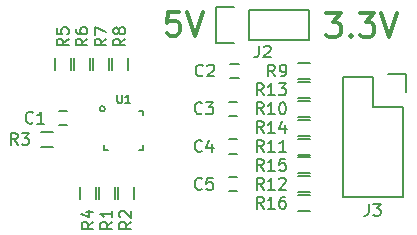
<source format=gbr>
G04 #@! TF.FileFunction,Legend,Top*
%FSLAX46Y46*%
G04 Gerber Fmt 4.6, Leading zero omitted, Abs format (unit mm)*
G04 Created by KiCad (PCBNEW 4.0.2+e4-6225~38~ubuntu14.04.1-stable) date Fri 29 Jul 2016 09:52:58 PM PDT*
%MOMM*%
G01*
G04 APERTURE LIST*
%ADD10C,0.100000*%
%ADD11C,0.300000*%
%ADD12C,0.150000*%
%ADD13C,0.152400*%
G04 APERTURE END LIST*
D10*
D11*
X147619047Y-71404762D02*
X146666666Y-71404762D01*
X146571428Y-72357143D01*
X146666666Y-72261905D01*
X146857143Y-72166667D01*
X147333333Y-72166667D01*
X147523809Y-72261905D01*
X147619047Y-72357143D01*
X147714286Y-72547619D01*
X147714286Y-73023810D01*
X147619047Y-73214286D01*
X147523809Y-73309524D01*
X147333333Y-73404762D01*
X146857143Y-73404762D01*
X146666666Y-73309524D01*
X146571428Y-73214286D01*
X148285714Y-71404762D02*
X148952381Y-73404762D01*
X149619048Y-71404762D01*
X160047619Y-71504762D02*
X161285715Y-71504762D01*
X160619048Y-72266667D01*
X160904762Y-72266667D01*
X161095238Y-72361905D01*
X161190476Y-72457143D01*
X161285715Y-72647619D01*
X161285715Y-73123810D01*
X161190476Y-73314286D01*
X161095238Y-73409524D01*
X160904762Y-73504762D01*
X160333334Y-73504762D01*
X160142857Y-73409524D01*
X160047619Y-73314286D01*
X162142857Y-73314286D02*
X162238096Y-73409524D01*
X162142857Y-73504762D01*
X162047619Y-73409524D01*
X162142857Y-73314286D01*
X162142857Y-73504762D01*
X162904762Y-71504762D02*
X164142858Y-71504762D01*
X163476191Y-72266667D01*
X163761905Y-72266667D01*
X163952381Y-72361905D01*
X164047619Y-72457143D01*
X164142858Y-72647619D01*
X164142858Y-73123810D01*
X164047619Y-73314286D01*
X163952381Y-73409524D01*
X163761905Y-73504762D01*
X163190477Y-73504762D01*
X163000000Y-73409524D01*
X162904762Y-73314286D01*
X164714286Y-71504762D02*
X165380953Y-73504762D01*
X166047620Y-71504762D01*
D12*
X138150000Y-81000000D02*
X137450000Y-81000000D01*
X137450000Y-79800000D02*
X138150000Y-79800000D01*
X152650000Y-77000000D02*
X151950000Y-77000000D01*
X151950000Y-75800000D02*
X152650000Y-75800000D01*
X152550000Y-80200000D02*
X151850000Y-80200000D01*
X151850000Y-79000000D02*
X152550000Y-79000000D01*
X152550000Y-83400000D02*
X151850000Y-83400000D01*
X151850000Y-82200000D02*
X152550000Y-82200000D01*
X152550000Y-86600000D02*
X151850000Y-86600000D01*
X151850000Y-85400000D02*
X152550000Y-85400000D01*
X153530000Y-71230000D02*
X158610000Y-71230000D01*
X153530000Y-73770000D02*
X158610000Y-73770000D01*
X150710000Y-74050000D02*
X152260000Y-74050000D01*
X158610000Y-71230000D02*
X158610000Y-73770000D01*
X153530000Y-73770000D02*
X153530000Y-71230000D01*
X152260000Y-70950000D02*
X150710000Y-70950000D01*
X150710000Y-70950000D02*
X150710000Y-74050000D01*
X166540000Y-79460000D02*
X166540000Y-87080000D01*
X166540000Y-87080000D02*
X161460000Y-87080000D01*
X161460000Y-87080000D02*
X161460000Y-76920000D01*
X161460000Y-76920000D02*
X164000000Y-76920000D01*
X166820000Y-78190000D02*
X166820000Y-76640000D01*
X164000000Y-76920000D02*
X164000000Y-79460000D01*
X164000000Y-79460000D02*
X166540000Y-79460000D01*
X166820000Y-76640000D02*
X165270000Y-76640000D01*
X142175000Y-86200000D02*
X142175000Y-87200000D01*
X140825000Y-87200000D02*
X140825000Y-86200000D01*
X143775000Y-86200000D02*
X143775000Y-87200000D01*
X142425000Y-87200000D02*
X142425000Y-86200000D01*
X136900000Y-82875000D02*
X135900000Y-82875000D01*
X135900000Y-81525000D02*
X136900000Y-81525000D01*
X140575000Y-86200000D02*
X140575000Y-87200000D01*
X139225000Y-87200000D02*
X139225000Y-86200000D01*
X137125000Y-76300000D02*
X137125000Y-75300000D01*
X138475000Y-75300000D02*
X138475000Y-76300000D01*
X138725000Y-76300000D02*
X138725000Y-75300000D01*
X140075000Y-75300000D02*
X140075000Y-76300000D01*
X140325000Y-76300000D02*
X140325000Y-75300000D01*
X141675000Y-75300000D02*
X141675000Y-76300000D01*
X141925000Y-76300000D02*
X141925000Y-75300000D01*
X143275000Y-75300000D02*
X143275000Y-76300000D01*
X157700000Y-75725000D02*
X158700000Y-75725000D01*
X158700000Y-77075000D02*
X157700000Y-77075000D01*
X157700000Y-78925000D02*
X158700000Y-78925000D01*
X158700000Y-80275000D02*
X157700000Y-80275000D01*
X157700000Y-82125000D02*
X158700000Y-82125000D01*
X158700000Y-83475000D02*
X157700000Y-83475000D01*
X157700000Y-85325000D02*
X158700000Y-85325000D01*
X158700000Y-86675000D02*
X157700000Y-86675000D01*
X158700000Y-78675000D02*
X157700000Y-78675000D01*
X157700000Y-77325000D02*
X158700000Y-77325000D01*
X158700000Y-81875000D02*
X157700000Y-81875000D01*
X157700000Y-80525000D02*
X158700000Y-80525000D01*
X158700000Y-85075000D02*
X157700000Y-85075000D01*
X157700000Y-83725000D02*
X158700000Y-83725000D01*
X158700000Y-88275000D02*
X157700000Y-88275000D01*
X157700000Y-86925000D02*
X158700000Y-86925000D01*
D13*
X141323607Y-79600000D02*
G75*
G03X141323607Y-79600000I-223607J0D01*
G01*
D12*
X144550000Y-79750000D02*
X144550000Y-80100000D01*
X141250000Y-83050000D02*
X141250000Y-82700000D01*
X144550000Y-83050000D02*
X144550000Y-82700000D01*
X141250000Y-83050000D02*
X141600000Y-83050000D01*
X144550000Y-83050000D02*
X144200000Y-83050000D01*
X144550000Y-79750000D02*
X144200000Y-79750000D01*
X135233334Y-80757143D02*
X135185715Y-80804762D01*
X135042858Y-80852381D01*
X134947620Y-80852381D01*
X134804762Y-80804762D01*
X134709524Y-80709524D01*
X134661905Y-80614286D01*
X134614286Y-80423810D01*
X134614286Y-80280952D01*
X134661905Y-80090476D01*
X134709524Y-79995238D01*
X134804762Y-79900000D01*
X134947620Y-79852381D01*
X135042858Y-79852381D01*
X135185715Y-79900000D01*
X135233334Y-79947619D01*
X136185715Y-80852381D02*
X135614286Y-80852381D01*
X135900000Y-80852381D02*
X135900000Y-79852381D01*
X135804762Y-79995238D01*
X135709524Y-80090476D01*
X135614286Y-80138095D01*
X149633334Y-76757143D02*
X149585715Y-76804762D01*
X149442858Y-76852381D01*
X149347620Y-76852381D01*
X149204762Y-76804762D01*
X149109524Y-76709524D01*
X149061905Y-76614286D01*
X149014286Y-76423810D01*
X149014286Y-76280952D01*
X149061905Y-76090476D01*
X149109524Y-75995238D01*
X149204762Y-75900000D01*
X149347620Y-75852381D01*
X149442858Y-75852381D01*
X149585715Y-75900000D01*
X149633334Y-75947619D01*
X150014286Y-75947619D02*
X150061905Y-75900000D01*
X150157143Y-75852381D01*
X150395239Y-75852381D01*
X150490477Y-75900000D01*
X150538096Y-75947619D01*
X150585715Y-76042857D01*
X150585715Y-76138095D01*
X150538096Y-76280952D01*
X149966667Y-76852381D01*
X150585715Y-76852381D01*
X149533334Y-79957143D02*
X149485715Y-80004762D01*
X149342858Y-80052381D01*
X149247620Y-80052381D01*
X149104762Y-80004762D01*
X149009524Y-79909524D01*
X148961905Y-79814286D01*
X148914286Y-79623810D01*
X148914286Y-79480952D01*
X148961905Y-79290476D01*
X149009524Y-79195238D01*
X149104762Y-79100000D01*
X149247620Y-79052381D01*
X149342858Y-79052381D01*
X149485715Y-79100000D01*
X149533334Y-79147619D01*
X149866667Y-79052381D02*
X150485715Y-79052381D01*
X150152381Y-79433333D01*
X150295239Y-79433333D01*
X150390477Y-79480952D01*
X150438096Y-79528571D01*
X150485715Y-79623810D01*
X150485715Y-79861905D01*
X150438096Y-79957143D01*
X150390477Y-80004762D01*
X150295239Y-80052381D01*
X150009524Y-80052381D01*
X149914286Y-80004762D01*
X149866667Y-79957143D01*
X149533334Y-83157143D02*
X149485715Y-83204762D01*
X149342858Y-83252381D01*
X149247620Y-83252381D01*
X149104762Y-83204762D01*
X149009524Y-83109524D01*
X148961905Y-83014286D01*
X148914286Y-82823810D01*
X148914286Y-82680952D01*
X148961905Y-82490476D01*
X149009524Y-82395238D01*
X149104762Y-82300000D01*
X149247620Y-82252381D01*
X149342858Y-82252381D01*
X149485715Y-82300000D01*
X149533334Y-82347619D01*
X150390477Y-82585714D02*
X150390477Y-83252381D01*
X150152381Y-82204762D02*
X149914286Y-82919048D01*
X150533334Y-82919048D01*
X149533334Y-86357143D02*
X149485715Y-86404762D01*
X149342858Y-86452381D01*
X149247620Y-86452381D01*
X149104762Y-86404762D01*
X149009524Y-86309524D01*
X148961905Y-86214286D01*
X148914286Y-86023810D01*
X148914286Y-85880952D01*
X148961905Y-85690476D01*
X149009524Y-85595238D01*
X149104762Y-85500000D01*
X149247620Y-85452381D01*
X149342858Y-85452381D01*
X149485715Y-85500000D01*
X149533334Y-85547619D01*
X150438096Y-85452381D02*
X149961905Y-85452381D01*
X149914286Y-85928571D01*
X149961905Y-85880952D01*
X150057143Y-85833333D01*
X150295239Y-85833333D01*
X150390477Y-85880952D01*
X150438096Y-85928571D01*
X150485715Y-86023810D01*
X150485715Y-86261905D01*
X150438096Y-86357143D01*
X150390477Y-86404762D01*
X150295239Y-86452381D01*
X150057143Y-86452381D01*
X149961905Y-86404762D01*
X149914286Y-86357143D01*
X154366667Y-74252381D02*
X154366667Y-74966667D01*
X154319047Y-75109524D01*
X154223809Y-75204762D01*
X154080952Y-75252381D01*
X153985714Y-75252381D01*
X154795238Y-74347619D02*
X154842857Y-74300000D01*
X154938095Y-74252381D01*
X155176191Y-74252381D01*
X155271429Y-74300000D01*
X155319048Y-74347619D01*
X155366667Y-74442857D01*
X155366667Y-74538095D01*
X155319048Y-74680952D01*
X154747619Y-75252381D01*
X155366667Y-75252381D01*
X163666667Y-87652381D02*
X163666667Y-88366667D01*
X163619047Y-88509524D01*
X163523809Y-88604762D01*
X163380952Y-88652381D01*
X163285714Y-88652381D01*
X164047619Y-87652381D02*
X164666667Y-87652381D01*
X164333333Y-88033333D01*
X164476191Y-88033333D01*
X164571429Y-88080952D01*
X164619048Y-88128571D01*
X164666667Y-88223810D01*
X164666667Y-88461905D01*
X164619048Y-88557143D01*
X164571429Y-88604762D01*
X164476191Y-88652381D01*
X164190476Y-88652381D01*
X164095238Y-88604762D01*
X164047619Y-88557143D01*
X141952381Y-89166666D02*
X141476190Y-89500000D01*
X141952381Y-89738095D02*
X140952381Y-89738095D01*
X140952381Y-89357142D01*
X141000000Y-89261904D01*
X141047619Y-89214285D01*
X141142857Y-89166666D01*
X141285714Y-89166666D01*
X141380952Y-89214285D01*
X141428571Y-89261904D01*
X141476190Y-89357142D01*
X141476190Y-89738095D01*
X141952381Y-88214285D02*
X141952381Y-88785714D01*
X141952381Y-88500000D02*
X140952381Y-88500000D01*
X141095238Y-88595238D01*
X141190476Y-88690476D01*
X141238095Y-88785714D01*
X143552381Y-89166666D02*
X143076190Y-89500000D01*
X143552381Y-89738095D02*
X142552381Y-89738095D01*
X142552381Y-89357142D01*
X142600000Y-89261904D01*
X142647619Y-89214285D01*
X142742857Y-89166666D01*
X142885714Y-89166666D01*
X142980952Y-89214285D01*
X143028571Y-89261904D01*
X143076190Y-89357142D01*
X143076190Y-89738095D01*
X142647619Y-88785714D02*
X142600000Y-88738095D01*
X142552381Y-88642857D01*
X142552381Y-88404761D01*
X142600000Y-88309523D01*
X142647619Y-88261904D01*
X142742857Y-88214285D01*
X142838095Y-88214285D01*
X142980952Y-88261904D01*
X143552381Y-88833333D01*
X143552381Y-88214285D01*
X133933334Y-82652381D02*
X133600000Y-82176190D01*
X133361905Y-82652381D02*
X133361905Y-81652381D01*
X133742858Y-81652381D01*
X133838096Y-81700000D01*
X133885715Y-81747619D01*
X133933334Y-81842857D01*
X133933334Y-81985714D01*
X133885715Y-82080952D01*
X133838096Y-82128571D01*
X133742858Y-82176190D01*
X133361905Y-82176190D01*
X134266667Y-81652381D02*
X134885715Y-81652381D01*
X134552381Y-82033333D01*
X134695239Y-82033333D01*
X134790477Y-82080952D01*
X134838096Y-82128571D01*
X134885715Y-82223810D01*
X134885715Y-82461905D01*
X134838096Y-82557143D01*
X134790477Y-82604762D01*
X134695239Y-82652381D01*
X134409524Y-82652381D01*
X134314286Y-82604762D01*
X134266667Y-82557143D01*
X140352381Y-89166666D02*
X139876190Y-89500000D01*
X140352381Y-89738095D02*
X139352381Y-89738095D01*
X139352381Y-89357142D01*
X139400000Y-89261904D01*
X139447619Y-89214285D01*
X139542857Y-89166666D01*
X139685714Y-89166666D01*
X139780952Y-89214285D01*
X139828571Y-89261904D01*
X139876190Y-89357142D01*
X139876190Y-89738095D01*
X139685714Y-88309523D02*
X140352381Y-88309523D01*
X139304762Y-88547619D02*
X140019048Y-88785714D01*
X140019048Y-88166666D01*
X138252381Y-73666666D02*
X137776190Y-74000000D01*
X138252381Y-74238095D02*
X137252381Y-74238095D01*
X137252381Y-73857142D01*
X137300000Y-73761904D01*
X137347619Y-73714285D01*
X137442857Y-73666666D01*
X137585714Y-73666666D01*
X137680952Y-73714285D01*
X137728571Y-73761904D01*
X137776190Y-73857142D01*
X137776190Y-74238095D01*
X137252381Y-72761904D02*
X137252381Y-73238095D01*
X137728571Y-73285714D01*
X137680952Y-73238095D01*
X137633333Y-73142857D01*
X137633333Y-72904761D01*
X137680952Y-72809523D01*
X137728571Y-72761904D01*
X137823810Y-72714285D01*
X138061905Y-72714285D01*
X138157143Y-72761904D01*
X138204762Y-72809523D01*
X138252381Y-72904761D01*
X138252381Y-73142857D01*
X138204762Y-73238095D01*
X138157143Y-73285714D01*
X139852381Y-73666666D02*
X139376190Y-74000000D01*
X139852381Y-74238095D02*
X138852381Y-74238095D01*
X138852381Y-73857142D01*
X138900000Y-73761904D01*
X138947619Y-73714285D01*
X139042857Y-73666666D01*
X139185714Y-73666666D01*
X139280952Y-73714285D01*
X139328571Y-73761904D01*
X139376190Y-73857142D01*
X139376190Y-74238095D01*
X138852381Y-72809523D02*
X138852381Y-73000000D01*
X138900000Y-73095238D01*
X138947619Y-73142857D01*
X139090476Y-73238095D01*
X139280952Y-73285714D01*
X139661905Y-73285714D01*
X139757143Y-73238095D01*
X139804762Y-73190476D01*
X139852381Y-73095238D01*
X139852381Y-72904761D01*
X139804762Y-72809523D01*
X139757143Y-72761904D01*
X139661905Y-72714285D01*
X139423810Y-72714285D01*
X139328571Y-72761904D01*
X139280952Y-72809523D01*
X139233333Y-72904761D01*
X139233333Y-73095238D01*
X139280952Y-73190476D01*
X139328571Y-73238095D01*
X139423810Y-73285714D01*
X141452381Y-73666666D02*
X140976190Y-74000000D01*
X141452381Y-74238095D02*
X140452381Y-74238095D01*
X140452381Y-73857142D01*
X140500000Y-73761904D01*
X140547619Y-73714285D01*
X140642857Y-73666666D01*
X140785714Y-73666666D01*
X140880952Y-73714285D01*
X140928571Y-73761904D01*
X140976190Y-73857142D01*
X140976190Y-74238095D01*
X140452381Y-73333333D02*
X140452381Y-72666666D01*
X141452381Y-73095238D01*
X143052381Y-73666666D02*
X142576190Y-74000000D01*
X143052381Y-74238095D02*
X142052381Y-74238095D01*
X142052381Y-73857142D01*
X142100000Y-73761904D01*
X142147619Y-73714285D01*
X142242857Y-73666666D01*
X142385714Y-73666666D01*
X142480952Y-73714285D01*
X142528571Y-73761904D01*
X142576190Y-73857142D01*
X142576190Y-74238095D01*
X142480952Y-73095238D02*
X142433333Y-73190476D01*
X142385714Y-73238095D01*
X142290476Y-73285714D01*
X142242857Y-73285714D01*
X142147619Y-73238095D01*
X142100000Y-73190476D01*
X142052381Y-73095238D01*
X142052381Y-72904761D01*
X142100000Y-72809523D01*
X142147619Y-72761904D01*
X142242857Y-72714285D01*
X142290476Y-72714285D01*
X142385714Y-72761904D01*
X142433333Y-72809523D01*
X142480952Y-72904761D01*
X142480952Y-73095238D01*
X142528571Y-73190476D01*
X142576190Y-73238095D01*
X142671429Y-73285714D01*
X142861905Y-73285714D01*
X142957143Y-73238095D01*
X143004762Y-73190476D01*
X143052381Y-73095238D01*
X143052381Y-72904761D01*
X143004762Y-72809523D01*
X142957143Y-72761904D01*
X142861905Y-72714285D01*
X142671429Y-72714285D01*
X142576190Y-72761904D01*
X142528571Y-72809523D01*
X142480952Y-72904761D01*
X155733334Y-76852381D02*
X155400000Y-76376190D01*
X155161905Y-76852381D02*
X155161905Y-75852381D01*
X155542858Y-75852381D01*
X155638096Y-75900000D01*
X155685715Y-75947619D01*
X155733334Y-76042857D01*
X155733334Y-76185714D01*
X155685715Y-76280952D01*
X155638096Y-76328571D01*
X155542858Y-76376190D01*
X155161905Y-76376190D01*
X156209524Y-76852381D02*
X156400000Y-76852381D01*
X156495239Y-76804762D01*
X156542858Y-76757143D01*
X156638096Y-76614286D01*
X156685715Y-76423810D01*
X156685715Y-76042857D01*
X156638096Y-75947619D01*
X156590477Y-75900000D01*
X156495239Y-75852381D01*
X156304762Y-75852381D01*
X156209524Y-75900000D01*
X156161905Y-75947619D01*
X156114286Y-76042857D01*
X156114286Y-76280952D01*
X156161905Y-76376190D01*
X156209524Y-76423810D01*
X156304762Y-76471429D01*
X156495239Y-76471429D01*
X156590477Y-76423810D01*
X156638096Y-76376190D01*
X156685715Y-76280952D01*
X154757143Y-80052381D02*
X154423809Y-79576190D01*
X154185714Y-80052381D02*
X154185714Y-79052381D01*
X154566667Y-79052381D01*
X154661905Y-79100000D01*
X154709524Y-79147619D01*
X154757143Y-79242857D01*
X154757143Y-79385714D01*
X154709524Y-79480952D01*
X154661905Y-79528571D01*
X154566667Y-79576190D01*
X154185714Y-79576190D01*
X155709524Y-80052381D02*
X155138095Y-80052381D01*
X155423809Y-80052381D02*
X155423809Y-79052381D01*
X155328571Y-79195238D01*
X155233333Y-79290476D01*
X155138095Y-79338095D01*
X156328571Y-79052381D02*
X156423810Y-79052381D01*
X156519048Y-79100000D01*
X156566667Y-79147619D01*
X156614286Y-79242857D01*
X156661905Y-79433333D01*
X156661905Y-79671429D01*
X156614286Y-79861905D01*
X156566667Y-79957143D01*
X156519048Y-80004762D01*
X156423810Y-80052381D01*
X156328571Y-80052381D01*
X156233333Y-80004762D01*
X156185714Y-79957143D01*
X156138095Y-79861905D01*
X156090476Y-79671429D01*
X156090476Y-79433333D01*
X156138095Y-79242857D01*
X156185714Y-79147619D01*
X156233333Y-79100000D01*
X156328571Y-79052381D01*
X154757143Y-83252381D02*
X154423809Y-82776190D01*
X154185714Y-83252381D02*
X154185714Y-82252381D01*
X154566667Y-82252381D01*
X154661905Y-82300000D01*
X154709524Y-82347619D01*
X154757143Y-82442857D01*
X154757143Y-82585714D01*
X154709524Y-82680952D01*
X154661905Y-82728571D01*
X154566667Y-82776190D01*
X154185714Y-82776190D01*
X155709524Y-83252381D02*
X155138095Y-83252381D01*
X155423809Y-83252381D02*
X155423809Y-82252381D01*
X155328571Y-82395238D01*
X155233333Y-82490476D01*
X155138095Y-82538095D01*
X156661905Y-83252381D02*
X156090476Y-83252381D01*
X156376190Y-83252381D02*
X156376190Y-82252381D01*
X156280952Y-82395238D01*
X156185714Y-82490476D01*
X156090476Y-82538095D01*
X154757143Y-86452381D02*
X154423809Y-85976190D01*
X154185714Y-86452381D02*
X154185714Y-85452381D01*
X154566667Y-85452381D01*
X154661905Y-85500000D01*
X154709524Y-85547619D01*
X154757143Y-85642857D01*
X154757143Y-85785714D01*
X154709524Y-85880952D01*
X154661905Y-85928571D01*
X154566667Y-85976190D01*
X154185714Y-85976190D01*
X155709524Y-86452381D02*
X155138095Y-86452381D01*
X155423809Y-86452381D02*
X155423809Y-85452381D01*
X155328571Y-85595238D01*
X155233333Y-85690476D01*
X155138095Y-85738095D01*
X156090476Y-85547619D02*
X156138095Y-85500000D01*
X156233333Y-85452381D01*
X156471429Y-85452381D01*
X156566667Y-85500000D01*
X156614286Y-85547619D01*
X156661905Y-85642857D01*
X156661905Y-85738095D01*
X156614286Y-85880952D01*
X156042857Y-86452381D01*
X156661905Y-86452381D01*
X154757143Y-78452381D02*
X154423809Y-77976190D01*
X154185714Y-78452381D02*
X154185714Y-77452381D01*
X154566667Y-77452381D01*
X154661905Y-77500000D01*
X154709524Y-77547619D01*
X154757143Y-77642857D01*
X154757143Y-77785714D01*
X154709524Y-77880952D01*
X154661905Y-77928571D01*
X154566667Y-77976190D01*
X154185714Y-77976190D01*
X155709524Y-78452381D02*
X155138095Y-78452381D01*
X155423809Y-78452381D02*
X155423809Y-77452381D01*
X155328571Y-77595238D01*
X155233333Y-77690476D01*
X155138095Y-77738095D01*
X156042857Y-77452381D02*
X156661905Y-77452381D01*
X156328571Y-77833333D01*
X156471429Y-77833333D01*
X156566667Y-77880952D01*
X156614286Y-77928571D01*
X156661905Y-78023810D01*
X156661905Y-78261905D01*
X156614286Y-78357143D01*
X156566667Y-78404762D01*
X156471429Y-78452381D01*
X156185714Y-78452381D01*
X156090476Y-78404762D01*
X156042857Y-78357143D01*
X154757143Y-81652381D02*
X154423809Y-81176190D01*
X154185714Y-81652381D02*
X154185714Y-80652381D01*
X154566667Y-80652381D01*
X154661905Y-80700000D01*
X154709524Y-80747619D01*
X154757143Y-80842857D01*
X154757143Y-80985714D01*
X154709524Y-81080952D01*
X154661905Y-81128571D01*
X154566667Y-81176190D01*
X154185714Y-81176190D01*
X155709524Y-81652381D02*
X155138095Y-81652381D01*
X155423809Y-81652381D02*
X155423809Y-80652381D01*
X155328571Y-80795238D01*
X155233333Y-80890476D01*
X155138095Y-80938095D01*
X156566667Y-80985714D02*
X156566667Y-81652381D01*
X156328571Y-80604762D02*
X156090476Y-81319048D01*
X156709524Y-81319048D01*
X154757143Y-84852381D02*
X154423809Y-84376190D01*
X154185714Y-84852381D02*
X154185714Y-83852381D01*
X154566667Y-83852381D01*
X154661905Y-83900000D01*
X154709524Y-83947619D01*
X154757143Y-84042857D01*
X154757143Y-84185714D01*
X154709524Y-84280952D01*
X154661905Y-84328571D01*
X154566667Y-84376190D01*
X154185714Y-84376190D01*
X155709524Y-84852381D02*
X155138095Y-84852381D01*
X155423809Y-84852381D02*
X155423809Y-83852381D01*
X155328571Y-83995238D01*
X155233333Y-84090476D01*
X155138095Y-84138095D01*
X156614286Y-83852381D02*
X156138095Y-83852381D01*
X156090476Y-84328571D01*
X156138095Y-84280952D01*
X156233333Y-84233333D01*
X156471429Y-84233333D01*
X156566667Y-84280952D01*
X156614286Y-84328571D01*
X156661905Y-84423810D01*
X156661905Y-84661905D01*
X156614286Y-84757143D01*
X156566667Y-84804762D01*
X156471429Y-84852381D01*
X156233333Y-84852381D01*
X156138095Y-84804762D01*
X156090476Y-84757143D01*
X154757143Y-88052381D02*
X154423809Y-87576190D01*
X154185714Y-88052381D02*
X154185714Y-87052381D01*
X154566667Y-87052381D01*
X154661905Y-87100000D01*
X154709524Y-87147619D01*
X154757143Y-87242857D01*
X154757143Y-87385714D01*
X154709524Y-87480952D01*
X154661905Y-87528571D01*
X154566667Y-87576190D01*
X154185714Y-87576190D01*
X155709524Y-88052381D02*
X155138095Y-88052381D01*
X155423809Y-88052381D02*
X155423809Y-87052381D01*
X155328571Y-87195238D01*
X155233333Y-87290476D01*
X155138095Y-87338095D01*
X156566667Y-87052381D02*
X156376190Y-87052381D01*
X156280952Y-87100000D01*
X156233333Y-87147619D01*
X156138095Y-87290476D01*
X156090476Y-87480952D01*
X156090476Y-87861905D01*
X156138095Y-87957143D01*
X156185714Y-88004762D01*
X156280952Y-88052381D01*
X156471429Y-88052381D01*
X156566667Y-88004762D01*
X156614286Y-87957143D01*
X156661905Y-87861905D01*
X156661905Y-87623810D01*
X156614286Y-87528571D01*
X156566667Y-87480952D01*
X156471429Y-87433333D01*
X156280952Y-87433333D01*
X156185714Y-87480952D01*
X156138095Y-87528571D01*
X156090476Y-87623810D01*
X142366667Y-78416667D02*
X142366667Y-78983333D01*
X142400000Y-79050000D01*
X142433333Y-79083333D01*
X142500000Y-79116667D01*
X142633333Y-79116667D01*
X142700000Y-79083333D01*
X142733333Y-79050000D01*
X142766667Y-78983333D01*
X142766667Y-78416667D01*
X143466666Y-79116667D02*
X143066666Y-79116667D01*
X143266666Y-79116667D02*
X143266666Y-78416667D01*
X143200000Y-78516667D01*
X143133333Y-78583333D01*
X143066666Y-78616667D01*
M02*

</source>
